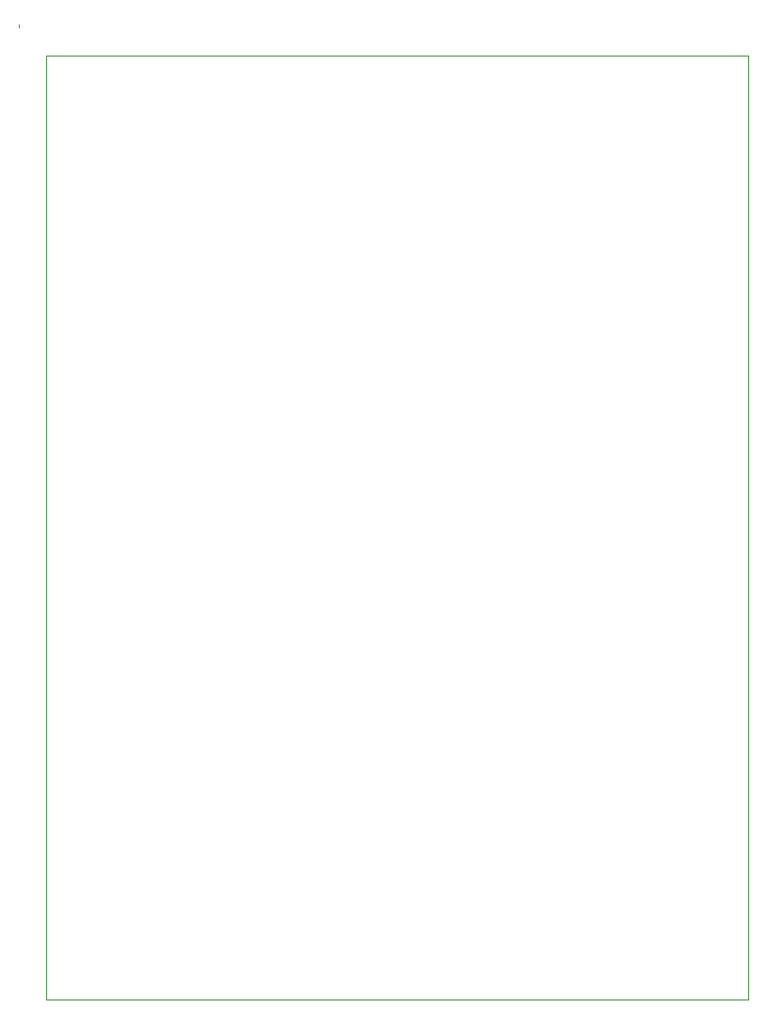
<source format=gbr>
G04 #@! TF.FileFunction,Profile,NP*
%FSLAX46Y46*%
G04 Gerber Fmt 4.6, Leading zero omitted, Abs format (unit mm)*
G04 Created by KiCad (PCBNEW (2015-07-31 BZR 6030)-product) date Sat Sep 12 09:45:10 2015*
%MOMM*%
G01*
G04 APERTURE LIST*
%ADD10C,0.100000*%
G04 APERTURE END LIST*
D10*
X56643800Y-37959600D02*
X56643800Y-38213600D01*
X122277400Y-125538800D02*
X122277400Y-40804400D01*
X59133000Y-125538800D02*
X122277400Y-125538800D01*
X59133000Y-40753600D02*
X122226600Y-40753600D01*
X59133000Y-125538800D02*
X59133000Y-40753600D01*
M02*

</source>
